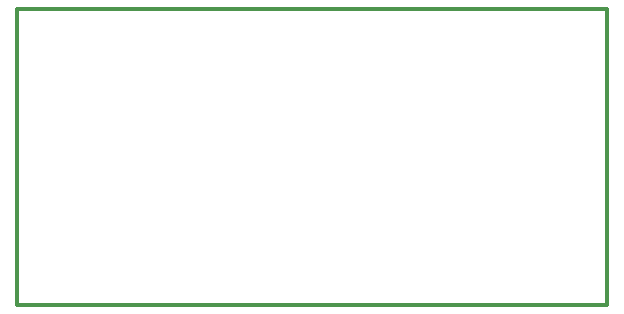
<source format=gbp>
G04*
G04 #@! TF.GenerationSoftware,Altium Limited,Altium Designer,21.1.0 (24)*
G04*
G04 Layer_Color=128*
%FSLAX44Y44*%
%MOMM*%
G71*
G04*
G04 #@! TF.SameCoordinates,11EEB628-8EEC-4D1F-BDFF-B4013DCA5F77*
G04*
G04*
G04 #@! TF.FilePolarity,Positive*
G04*
G01*
G75*
%ADD16C,0.3000*%
D16*
X0Y250000D02*
X500000Y250000D01*
X0Y0D02*
Y250000D01*
X500000Y0D02*
Y250000D01*
X0Y0D02*
X500000Y0D01*
M02*

</source>
